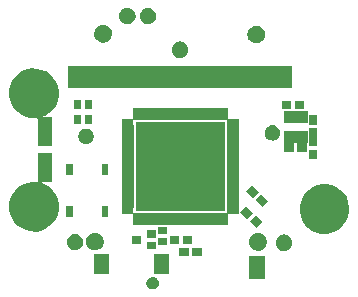
<source format=gts>
G04 #@! TF.FileFunction,Soldermask,Top*
%FSLAX46Y46*%
G04 Gerber Fmt 4.6, Leading zero omitted, Abs format (unit mm)*
G04 Created by KiCad (PCBNEW 4.0.2-stable) date Mon 11 Apr 2016 05:04:25 PM CEST*
%MOMM*%
G01*
G04 APERTURE LIST*
%ADD10C,0.100000*%
G04 APERTURE END LIST*
D10*
G36*
X55705143Y-107845348D02*
X55806000Y-107866051D01*
X55900910Y-107905948D01*
X55986267Y-107963521D01*
X56058819Y-108036582D01*
X56115791Y-108122333D01*
X56155026Y-108217522D01*
X56174956Y-108318177D01*
X56174956Y-108318187D01*
X56175022Y-108318521D01*
X56173380Y-108436118D01*
X56173304Y-108436452D01*
X56173304Y-108436463D01*
X56150572Y-108536519D01*
X56108697Y-108630573D01*
X56049348Y-108714706D01*
X55974786Y-108785709D01*
X55887856Y-108840877D01*
X55791866Y-108878110D01*
X55690475Y-108895987D01*
X55587539Y-108893832D01*
X55486977Y-108871721D01*
X55392633Y-108830504D01*
X55308090Y-108771744D01*
X55236567Y-108697679D01*
X55180796Y-108611141D01*
X55142894Y-108515412D01*
X55124308Y-108414141D01*
X55125746Y-108311195D01*
X55147151Y-108210489D01*
X55187712Y-108115854D01*
X55245879Y-108030903D01*
X55319442Y-107958865D01*
X55405592Y-107902490D01*
X55501053Y-107863921D01*
X55602184Y-107844629D01*
X55705143Y-107845348D01*
X55705143Y-107845348D01*
G37*
G36*
X65200000Y-108040000D02*
X63800000Y-108040000D01*
X63800000Y-106041000D01*
X65200000Y-106041000D01*
X65200000Y-108040000D01*
X65200000Y-108040000D01*
G37*
G36*
X51950000Y-107640000D02*
X50650000Y-107640000D01*
X50650000Y-105940000D01*
X51950000Y-105940000D01*
X51950000Y-107640000D01*
X51950000Y-107640000D01*
G37*
G36*
X57030000Y-107640000D02*
X55730000Y-107640000D01*
X55730000Y-105940000D01*
X57030000Y-105940000D01*
X57030000Y-107640000D01*
X57030000Y-107640000D01*
G37*
G36*
X59805500Y-106091000D02*
X59005500Y-106091000D01*
X59005500Y-105391000D01*
X59805500Y-105391000D01*
X59805500Y-106091000D01*
X59805500Y-106091000D01*
G37*
G36*
X58705500Y-106091000D02*
X57905500Y-106091000D01*
X57905500Y-105391000D01*
X58705500Y-105391000D01*
X58705500Y-106091000D01*
X58705500Y-106091000D01*
G37*
G36*
X66843524Y-104240464D02*
X66977999Y-104268068D01*
X67104547Y-104321264D01*
X67218359Y-104398031D01*
X67315089Y-104495438D01*
X67391055Y-104609778D01*
X67443368Y-104736696D01*
X67469964Y-104871017D01*
X67469964Y-104871027D01*
X67470030Y-104871361D01*
X67467841Y-105028158D01*
X67467764Y-105028496D01*
X67467764Y-105028504D01*
X67437430Y-105162022D01*
X67381594Y-105287433D01*
X67302463Y-105399608D01*
X67203046Y-105494281D01*
X67087143Y-105567835D01*
X66959156Y-105617478D01*
X66823965Y-105641316D01*
X66686718Y-105638442D01*
X66552640Y-105608962D01*
X66426844Y-105554003D01*
X66314120Y-105475658D01*
X66218757Y-105376907D01*
X66144395Y-105261520D01*
X66093859Y-105133882D01*
X66069078Y-104998855D01*
X66070995Y-104861592D01*
X66099535Y-104727319D01*
X66153615Y-104601142D01*
X66231177Y-104487866D01*
X66329252Y-104391822D01*
X66444123Y-104316653D01*
X66571404Y-104265228D01*
X66706247Y-104239506D01*
X66843524Y-104240464D01*
X66843524Y-104240464D01*
G37*
G36*
X64633775Y-104136498D02*
X64777856Y-104166073D01*
X64913444Y-104223069D01*
X65035382Y-104305317D01*
X65139023Y-104409685D01*
X65220419Y-104532194D01*
X65276464Y-104668173D01*
X65304966Y-104812115D01*
X65304966Y-104812125D01*
X65305032Y-104812459D01*
X65302686Y-104980455D01*
X65302610Y-104980789D01*
X65302610Y-104980801D01*
X65270104Y-105123881D01*
X65210279Y-105258250D01*
X65125496Y-105378437D01*
X65018978Y-105479872D01*
X64894796Y-105558680D01*
X64757666Y-105611869D01*
X64612819Y-105637410D01*
X64465769Y-105634330D01*
X64322111Y-105602745D01*
X64187338Y-105543864D01*
X64066554Y-105459917D01*
X63964383Y-105354115D01*
X63884709Y-105230486D01*
X63830564Y-105093731D01*
X63804012Y-104949059D01*
X63806066Y-104801992D01*
X63836645Y-104658127D01*
X63894587Y-104522937D01*
X63977687Y-104401574D01*
X64082773Y-104298665D01*
X64205844Y-104218130D01*
X64342221Y-104163030D01*
X64486693Y-104135470D01*
X64633775Y-104136498D01*
X64633775Y-104136498D01*
G37*
G36*
X50832775Y-104096498D02*
X50976856Y-104126073D01*
X51112444Y-104183069D01*
X51234382Y-104265317D01*
X51338023Y-104369685D01*
X51419419Y-104492194D01*
X51475464Y-104628173D01*
X51503966Y-104772115D01*
X51503966Y-104772125D01*
X51504032Y-104772459D01*
X51501686Y-104940455D01*
X51501610Y-104940789D01*
X51501610Y-104940801D01*
X51469104Y-105083881D01*
X51409279Y-105218250D01*
X51324496Y-105338437D01*
X51217978Y-105439872D01*
X51093796Y-105518680D01*
X50956666Y-105571869D01*
X50811819Y-105597410D01*
X50664769Y-105594330D01*
X50521111Y-105562745D01*
X50386338Y-105503864D01*
X50265554Y-105419917D01*
X50163383Y-105314115D01*
X50083709Y-105190486D01*
X50029564Y-105053731D01*
X50003012Y-104909059D01*
X50005066Y-104761992D01*
X50035645Y-104618127D01*
X50093587Y-104482937D01*
X50176687Y-104361574D01*
X50281773Y-104258665D01*
X50404844Y-104178130D01*
X50541221Y-104123030D01*
X50685693Y-104095470D01*
X50832775Y-104096498D01*
X50832775Y-104096498D01*
G37*
G36*
X49143524Y-104190464D02*
X49277999Y-104218068D01*
X49404547Y-104271264D01*
X49518359Y-104348031D01*
X49615089Y-104445438D01*
X49691055Y-104559778D01*
X49743368Y-104686696D01*
X49769964Y-104821017D01*
X49769964Y-104821027D01*
X49770030Y-104821361D01*
X49767841Y-104978158D01*
X49767764Y-104978496D01*
X49767764Y-104978504D01*
X49737430Y-105112022D01*
X49681594Y-105237433D01*
X49602463Y-105349608D01*
X49503046Y-105444281D01*
X49387143Y-105517835D01*
X49259156Y-105567478D01*
X49123965Y-105591316D01*
X48986718Y-105588442D01*
X48852640Y-105558962D01*
X48726844Y-105504003D01*
X48614120Y-105425658D01*
X48518757Y-105326907D01*
X48444395Y-105211520D01*
X48393859Y-105083882D01*
X48369078Y-104948855D01*
X48370995Y-104811592D01*
X48399535Y-104677319D01*
X48453615Y-104551142D01*
X48531177Y-104437866D01*
X48629252Y-104341822D01*
X48744123Y-104266653D01*
X48871404Y-104215228D01*
X49006247Y-104189506D01*
X49143524Y-104190464D01*
X49143524Y-104190464D01*
G37*
G36*
X55931700Y-105517200D02*
X55179300Y-105517200D01*
X55179300Y-104864800D01*
X55931700Y-104864800D01*
X55931700Y-105517200D01*
X55931700Y-105517200D01*
G37*
G36*
X56905500Y-105141000D02*
X56105500Y-105141000D01*
X56105500Y-104541000D01*
X56905500Y-104541000D01*
X56905500Y-105141000D01*
X56905500Y-105141000D01*
G37*
G36*
X57905500Y-105041000D02*
X57105500Y-105041000D01*
X57105500Y-104341000D01*
X57905500Y-104341000D01*
X57905500Y-105041000D01*
X57905500Y-105041000D01*
G37*
G36*
X59005500Y-105041000D02*
X58205500Y-105041000D01*
X58205500Y-104341000D01*
X59005500Y-104341000D01*
X59005500Y-105041000D01*
X59005500Y-105041000D01*
G37*
G36*
X54631700Y-105017200D02*
X53879300Y-105017200D01*
X53879300Y-104364800D01*
X54631700Y-104364800D01*
X54631700Y-105017200D01*
X54631700Y-105017200D01*
G37*
G36*
X55931700Y-104517200D02*
X55179300Y-104517200D01*
X55179300Y-103864800D01*
X55931700Y-103864800D01*
X55931700Y-104517200D01*
X55931700Y-104517200D01*
G37*
G36*
X56905500Y-104241000D02*
X56105500Y-104241000D01*
X56105500Y-103641000D01*
X56905500Y-103641000D01*
X56905500Y-104241000D01*
X56905500Y-104241000D01*
G37*
G36*
X70420572Y-100001397D02*
X70823994Y-100084208D01*
X71203643Y-100243798D01*
X71545068Y-100474091D01*
X71835260Y-100766317D01*
X72063166Y-101109341D01*
X72220099Y-101490092D01*
X72300024Y-101893741D01*
X72300024Y-101893750D01*
X72300090Y-101894084D01*
X72293522Y-102364473D01*
X72293446Y-102364807D01*
X72293446Y-102364819D01*
X72202285Y-102766069D01*
X72034776Y-103142297D01*
X71797384Y-103478823D01*
X71499143Y-103762834D01*
X71151426Y-103983501D01*
X70767464Y-104132431D01*
X70361892Y-104203944D01*
X69950151Y-104195320D01*
X69547920Y-104106883D01*
X69170541Y-103942010D01*
X68832359Y-103706968D01*
X68546277Y-103410722D01*
X68323187Y-103064554D01*
X68171581Y-102681642D01*
X68097237Y-102276571D01*
X68102988Y-101864781D01*
X68188611Y-101461952D01*
X68350850Y-101083421D01*
X68583521Y-100743614D01*
X68877765Y-100455468D01*
X69222370Y-100229965D01*
X69604214Y-100075690D01*
X70008747Y-99998521D01*
X70420572Y-100001397D01*
X70420572Y-100001397D01*
G37*
G36*
X47100000Y-99825000D02*
X46331117Y-99825000D01*
X46317187Y-99826980D01*
X46304361Y-99832761D01*
X46293653Y-99841888D01*
X46285911Y-99853636D01*
X46281749Y-99867076D01*
X46281496Y-99881143D01*
X46285172Y-99894724D01*
X46292486Y-99906743D01*
X46302859Y-99916249D01*
X46311741Y-99921093D01*
X46603643Y-100043798D01*
X46945068Y-100274091D01*
X47235260Y-100566317D01*
X47463166Y-100909341D01*
X47620099Y-101290092D01*
X47700024Y-101693741D01*
X47700024Y-101693750D01*
X47700090Y-101694084D01*
X47693522Y-102164473D01*
X47693446Y-102164807D01*
X47693446Y-102164819D01*
X47602285Y-102566069D01*
X47434776Y-102942297D01*
X47197384Y-103278823D01*
X46899143Y-103562834D01*
X46551426Y-103783501D01*
X46167464Y-103932431D01*
X45761892Y-104003944D01*
X45350151Y-103995320D01*
X44947920Y-103906883D01*
X44570541Y-103742010D01*
X44232359Y-103506968D01*
X43946277Y-103210722D01*
X43723187Y-102864554D01*
X43571581Y-102481642D01*
X43497237Y-102076571D01*
X43502988Y-101664781D01*
X43588611Y-101261952D01*
X43750850Y-100883421D01*
X43983521Y-100543614D01*
X44277765Y-100255468D01*
X44622370Y-100029965D01*
X45004214Y-99875690D01*
X45408747Y-99798521D01*
X45820571Y-99801397D01*
X45839945Y-99805374D01*
X45853989Y-99806236D01*
X45867716Y-99803151D01*
X45880041Y-99796365D01*
X45889986Y-99786413D01*
X45896766Y-99774085D01*
X45900000Y-99756395D01*
X45900000Y-97375000D01*
X47100000Y-97375000D01*
X47100000Y-99825000D01*
X47100000Y-99825000D01*
G37*
G36*
X64924740Y-103190264D02*
X64429764Y-103685240D01*
X63864078Y-103119554D01*
X64359054Y-102624578D01*
X64924740Y-103190264D01*
X64924740Y-103190264D01*
G37*
G36*
X62000000Y-94450000D02*
X62001980Y-94463930D01*
X62007761Y-94476756D01*
X62016888Y-94487464D01*
X62028636Y-94495206D01*
X62042076Y-94499368D01*
X62050000Y-94500000D01*
X62975000Y-94500000D01*
X62975000Y-102332286D01*
X62976545Y-102343153D01*
X62975000Y-102351186D01*
X62975000Y-102500000D01*
X62050000Y-102500000D01*
X62036070Y-102501980D01*
X62023244Y-102507761D01*
X62012536Y-102516888D01*
X62004794Y-102528636D01*
X62000632Y-102542076D01*
X62000000Y-102550000D01*
X62000000Y-103475000D01*
X54000000Y-103475000D01*
X54000000Y-102550000D01*
X53998020Y-102536070D01*
X53992239Y-102523244D01*
X53983112Y-102512536D01*
X53971364Y-102504794D01*
X53957924Y-102500632D01*
X53950000Y-102500000D01*
X53025000Y-102500000D01*
X53025000Y-94575000D01*
X54025000Y-94575000D01*
X54025000Y-94950000D01*
X54026980Y-94963930D01*
X54032761Y-94976756D01*
X54041888Y-94987464D01*
X54053636Y-94995206D01*
X54067076Y-94999368D01*
X54075000Y-95000000D01*
X54075000Y-102000000D01*
X54061070Y-102001980D01*
X54048244Y-102007761D01*
X54037536Y-102016888D01*
X54029794Y-102028636D01*
X54025632Y-102042076D01*
X54025000Y-102050000D01*
X54025000Y-102425000D01*
X54026980Y-102438930D01*
X54032761Y-102451756D01*
X54041888Y-102462464D01*
X54053636Y-102470206D01*
X54067076Y-102474368D01*
X54075000Y-102475000D01*
X54450000Y-102475000D01*
X54463930Y-102473020D01*
X54476756Y-102467239D01*
X54487464Y-102458112D01*
X54495206Y-102446364D01*
X54499368Y-102432924D01*
X54500000Y-102425000D01*
X61500000Y-102425000D01*
X61501980Y-102438930D01*
X61507761Y-102451756D01*
X61516888Y-102462464D01*
X61528636Y-102470206D01*
X61542076Y-102474368D01*
X61550000Y-102475000D01*
X61925000Y-102475000D01*
X61938930Y-102473020D01*
X61951756Y-102467239D01*
X61962464Y-102458112D01*
X61970206Y-102446364D01*
X61974368Y-102432924D01*
X61975000Y-102425000D01*
X61975000Y-102050000D01*
X61973020Y-102036070D01*
X61967239Y-102023244D01*
X61958112Y-102012536D01*
X61946364Y-102004794D01*
X61932924Y-102000632D01*
X61925000Y-102000000D01*
X61925000Y-95000000D01*
X61938930Y-94998020D01*
X61951756Y-94992239D01*
X61962464Y-94983112D01*
X61970206Y-94971364D01*
X61974368Y-94957924D01*
X61975000Y-94950000D01*
X61975000Y-94575000D01*
X61973020Y-94561070D01*
X61967239Y-94548244D01*
X61958112Y-94537536D01*
X61946364Y-94529794D01*
X61932924Y-94525632D01*
X61925000Y-94525000D01*
X61550000Y-94525000D01*
X61536070Y-94526980D01*
X61523244Y-94532761D01*
X61512536Y-94541888D01*
X61504794Y-94553636D01*
X61500632Y-94567076D01*
X61500000Y-94575000D01*
X54500000Y-94575000D01*
X54498020Y-94561070D01*
X54492239Y-94548244D01*
X54483112Y-94537536D01*
X54471364Y-94529794D01*
X54457924Y-94525632D01*
X54450000Y-94525000D01*
X54075000Y-94525000D01*
X54061070Y-94526980D01*
X54048244Y-94532761D01*
X54037536Y-94541888D01*
X54029794Y-94553636D01*
X54025632Y-94567076D01*
X54025000Y-94575000D01*
X53025000Y-94575000D01*
X53025000Y-94500000D01*
X53950000Y-94500000D01*
X53963930Y-94498020D01*
X53976756Y-94492239D01*
X53987464Y-94483112D01*
X53995206Y-94471364D01*
X53999368Y-94457924D01*
X54000000Y-94450000D01*
X54000000Y-93525000D01*
X62000000Y-93525000D01*
X62000000Y-94450000D01*
X62000000Y-94450000D01*
G37*
G36*
X61775000Y-102275000D02*
X54225000Y-102275000D01*
X54225000Y-94725000D01*
X61775000Y-94725000D01*
X61775000Y-102275000D01*
X61775000Y-102275000D01*
G37*
G36*
X64146922Y-102412446D02*
X63651946Y-102907422D01*
X63086260Y-102341736D01*
X63581236Y-101846760D01*
X64146922Y-102412446D01*
X64146922Y-102412446D01*
G37*
G36*
X48900000Y-102800000D02*
X48350000Y-102800000D01*
X48350000Y-101800000D01*
X48900000Y-101800000D01*
X48900000Y-102800000D01*
X48900000Y-102800000D01*
G37*
G36*
X51900000Y-102800000D02*
X51350000Y-102800000D01*
X51350000Y-101800000D01*
X51900000Y-101800000D01*
X51900000Y-102800000D01*
X51900000Y-102800000D01*
G37*
G36*
X65419240Y-101424264D02*
X64924264Y-101919240D01*
X64358578Y-101353554D01*
X64853554Y-100858578D01*
X65419240Y-101424264D01*
X65419240Y-101424264D01*
G37*
G36*
X64641422Y-100646446D02*
X64146446Y-101141422D01*
X63580760Y-100575736D01*
X64075736Y-100080760D01*
X64641422Y-100646446D01*
X64641422Y-100646446D01*
G37*
G36*
X51900000Y-99250000D02*
X51350000Y-99250000D01*
X51350000Y-98250000D01*
X51900000Y-98250000D01*
X51900000Y-99250000D01*
X51900000Y-99250000D01*
G37*
G36*
X48900000Y-99250000D02*
X48350000Y-99250000D01*
X48350000Y-98250000D01*
X48900000Y-98250000D01*
X48900000Y-99250000D01*
X48900000Y-99250000D01*
G37*
G36*
X69605500Y-97891000D02*
X68905500Y-97891000D01*
X68905500Y-97091000D01*
X69605500Y-97091000D01*
X69605500Y-97891000D01*
X69605500Y-97891000D01*
G37*
G36*
X68775500Y-96491000D02*
X68730500Y-96491000D01*
X68716570Y-96492980D01*
X68703744Y-96498761D01*
X68693036Y-96507888D01*
X68685294Y-96519636D01*
X68681132Y-96533076D01*
X68680500Y-96541000D01*
X68680500Y-97241000D01*
X67880500Y-97241000D01*
X67880500Y-96541000D01*
X67878520Y-96527070D01*
X67872739Y-96514244D01*
X67863612Y-96503536D01*
X67851864Y-96495794D01*
X67838424Y-96491632D01*
X67830500Y-96491000D01*
X67630500Y-96491000D01*
X67616570Y-96492980D01*
X67603744Y-96498761D01*
X67593036Y-96507888D01*
X67585294Y-96519636D01*
X67581132Y-96533076D01*
X67580500Y-96541000D01*
X67580500Y-97241000D01*
X66780500Y-97241000D01*
X66780500Y-96541000D01*
X66778520Y-96527070D01*
X66772739Y-96514244D01*
X66763612Y-96503536D01*
X66751864Y-96495794D01*
X66738424Y-96491632D01*
X66735500Y-96491399D01*
X66735500Y-95491000D01*
X68775500Y-95491000D01*
X68775500Y-96491000D01*
X68775500Y-96491000D01*
G37*
G36*
X69605500Y-96791000D02*
X68905500Y-96791000D01*
X68905500Y-95241000D01*
X69605500Y-95241000D01*
X69605500Y-96791000D01*
X69605500Y-96791000D01*
G37*
G36*
X45820572Y-90201397D02*
X46223994Y-90284208D01*
X46603643Y-90443798D01*
X46945068Y-90674091D01*
X47235260Y-90966317D01*
X47463166Y-91309341D01*
X47620099Y-91690092D01*
X47700024Y-92093741D01*
X47700024Y-92093750D01*
X47700090Y-92094084D01*
X47693522Y-92564473D01*
X47693446Y-92564807D01*
X47693446Y-92564819D01*
X47602285Y-92966069D01*
X47434776Y-93342297D01*
X47197384Y-93678823D01*
X46899143Y-93962834D01*
X46551426Y-94183501D01*
X46435712Y-94228384D01*
X46423441Y-94235267D01*
X46413573Y-94245296D01*
X46406890Y-94257677D01*
X46403921Y-94271430D01*
X46404900Y-94285465D01*
X46409752Y-94298672D01*
X46418090Y-94310004D01*
X46429256Y-94318565D01*
X46442364Y-94323676D01*
X46453793Y-94325000D01*
X47100000Y-94325000D01*
X47100000Y-96775000D01*
X45900000Y-96775000D01*
X45900000Y-94439179D01*
X45898020Y-94425249D01*
X45892239Y-94412423D01*
X45883112Y-94401715D01*
X45871364Y-94393973D01*
X45857924Y-94389811D01*
X45841317Y-94389939D01*
X45761891Y-94403944D01*
X45350151Y-94395320D01*
X44947920Y-94306883D01*
X44570541Y-94142010D01*
X44232359Y-93906968D01*
X43946277Y-93610722D01*
X43723187Y-93264554D01*
X43571581Y-92881642D01*
X43497237Y-92476571D01*
X43502988Y-92064781D01*
X43588611Y-91661952D01*
X43750850Y-91283421D01*
X43983521Y-90943614D01*
X44277765Y-90655468D01*
X44622370Y-90429965D01*
X45004214Y-90275690D01*
X45408747Y-90198521D01*
X45820572Y-90201397D01*
X45820572Y-90201397D01*
G37*
G36*
X50078272Y-95280431D02*
X50203142Y-95306063D01*
X50320651Y-95355460D01*
X50426331Y-95426741D01*
X50516154Y-95517194D01*
X50586697Y-95623369D01*
X50635269Y-95741216D01*
X50659962Y-95865920D01*
X50659962Y-95865930D01*
X50660028Y-95866264D01*
X50657995Y-96011861D01*
X50657919Y-96012195D01*
X50657919Y-96012206D01*
X50629756Y-96136164D01*
X50577908Y-96252616D01*
X50504430Y-96356779D01*
X50412117Y-96444687D01*
X50304486Y-96512991D01*
X50185644Y-96559088D01*
X50060111Y-96581222D01*
X49932667Y-96578553D01*
X49808164Y-96551179D01*
X49691355Y-96500146D01*
X49586683Y-96427397D01*
X49498131Y-96335699D01*
X49429081Y-96228555D01*
X49382155Y-96110034D01*
X49359143Y-95984651D01*
X49360924Y-95857192D01*
X49387425Y-95732511D01*
X49437643Y-95615344D01*
X49509660Y-95510166D01*
X49600737Y-95420976D01*
X49707400Y-95351178D01*
X49825590Y-95303426D01*
X49950800Y-95279541D01*
X50078272Y-95280431D01*
X50078272Y-95280431D01*
G37*
G36*
X65850272Y-94996431D02*
X65975142Y-95022063D01*
X66092651Y-95071460D01*
X66198331Y-95142741D01*
X66288154Y-95233194D01*
X66358697Y-95339369D01*
X66407269Y-95457216D01*
X66431962Y-95581920D01*
X66431962Y-95581930D01*
X66432028Y-95582264D01*
X66429995Y-95727861D01*
X66429919Y-95728195D01*
X66429919Y-95728206D01*
X66401756Y-95852164D01*
X66349908Y-95968616D01*
X66276430Y-96072779D01*
X66184117Y-96160687D01*
X66076486Y-96228991D01*
X65957644Y-96275088D01*
X65832111Y-96297222D01*
X65704667Y-96294553D01*
X65580164Y-96267179D01*
X65463355Y-96216146D01*
X65358683Y-96143397D01*
X65270131Y-96051699D01*
X65201081Y-95944555D01*
X65154155Y-95826034D01*
X65131143Y-95700651D01*
X65132924Y-95573192D01*
X65159425Y-95448511D01*
X65209643Y-95331344D01*
X65281660Y-95226166D01*
X65372737Y-95136976D01*
X65479400Y-95067178D01*
X65597590Y-95019426D01*
X65722800Y-94995541D01*
X65850272Y-94996431D01*
X65850272Y-94996431D01*
G37*
G36*
X69605500Y-94941000D02*
X68905500Y-94941000D01*
X68905500Y-94141000D01*
X69605500Y-94141000D01*
X69605500Y-94941000D01*
X69605500Y-94941000D01*
G37*
G36*
X50500000Y-94900000D02*
X49900000Y-94900000D01*
X49900000Y-94100000D01*
X50500000Y-94100000D01*
X50500000Y-94900000D01*
X50500000Y-94900000D01*
G37*
G36*
X49600000Y-94900000D02*
X49000000Y-94900000D01*
X49000000Y-94100000D01*
X49600000Y-94100000D01*
X49600000Y-94900000D01*
X49600000Y-94900000D01*
G37*
G36*
X68775500Y-94791000D02*
X66735500Y-94791000D01*
X66735500Y-93791000D01*
X68775500Y-93791000D01*
X68775500Y-94791000D01*
X68775500Y-94791000D01*
G37*
G36*
X50500000Y-93650000D02*
X49900000Y-93650000D01*
X49900000Y-92850000D01*
X50500000Y-92850000D01*
X50500000Y-93650000D01*
X50500000Y-93650000D01*
G37*
G36*
X49600000Y-93650000D02*
X49000000Y-93650000D01*
X49000000Y-92850000D01*
X49600000Y-92850000D01*
X49600000Y-93650000D01*
X49600000Y-93650000D01*
G37*
G36*
X68480500Y-93616000D02*
X67680500Y-93616000D01*
X67680500Y-92916000D01*
X68480500Y-92916000D01*
X68480500Y-93616000D01*
X68480500Y-93616000D01*
G37*
G36*
X67380500Y-93616000D02*
X66580500Y-93616000D01*
X66580500Y-92916000D01*
X67380500Y-92916000D01*
X67380500Y-93616000D01*
X67380500Y-93616000D01*
G37*
G36*
X67468500Y-91864500D02*
X48443500Y-91864500D01*
X48443500Y-89955500D01*
X67468500Y-89955500D01*
X67468500Y-91864500D01*
X67468500Y-91864500D01*
G37*
G36*
X58033524Y-87900464D02*
X58167999Y-87928068D01*
X58294547Y-87981264D01*
X58408359Y-88058031D01*
X58505089Y-88155438D01*
X58581055Y-88269778D01*
X58633368Y-88396696D01*
X58659964Y-88531017D01*
X58659964Y-88531027D01*
X58660030Y-88531361D01*
X58657841Y-88688158D01*
X58657764Y-88688496D01*
X58657764Y-88688504D01*
X58627430Y-88822022D01*
X58571594Y-88947433D01*
X58492463Y-89059608D01*
X58393046Y-89154281D01*
X58277143Y-89227835D01*
X58149156Y-89277478D01*
X58013965Y-89301316D01*
X57876718Y-89298442D01*
X57742640Y-89268962D01*
X57616844Y-89214003D01*
X57504120Y-89135658D01*
X57408757Y-89036907D01*
X57334395Y-88921520D01*
X57283859Y-88793882D01*
X57259078Y-88658855D01*
X57260995Y-88521592D01*
X57289535Y-88387319D01*
X57343615Y-88261142D01*
X57421177Y-88147866D01*
X57519252Y-88051822D01*
X57634123Y-87976653D01*
X57761404Y-87925228D01*
X57896247Y-87899506D01*
X58033524Y-87900464D01*
X58033524Y-87900464D01*
G37*
G36*
X64500775Y-86569498D02*
X64644856Y-86599073D01*
X64780444Y-86656069D01*
X64902382Y-86738317D01*
X65006023Y-86842685D01*
X65087419Y-86965194D01*
X65143464Y-87101173D01*
X65171966Y-87245115D01*
X65171966Y-87245125D01*
X65172032Y-87245459D01*
X65169686Y-87413455D01*
X65169610Y-87413789D01*
X65169610Y-87413801D01*
X65137104Y-87556881D01*
X65077279Y-87691250D01*
X64992496Y-87811437D01*
X64885978Y-87912872D01*
X64761796Y-87991680D01*
X64624666Y-88044869D01*
X64479819Y-88070410D01*
X64332769Y-88067330D01*
X64189111Y-88035745D01*
X64054338Y-87976864D01*
X63933554Y-87892917D01*
X63831383Y-87787115D01*
X63751709Y-87663486D01*
X63697564Y-87526731D01*
X63671012Y-87382059D01*
X63673066Y-87234992D01*
X63703645Y-87091127D01*
X63761587Y-86955937D01*
X63844687Y-86834574D01*
X63949773Y-86731665D01*
X64072844Y-86651130D01*
X64209221Y-86596030D01*
X64353693Y-86568470D01*
X64500775Y-86569498D01*
X64500775Y-86569498D01*
G37*
G36*
X51526775Y-86500498D02*
X51670856Y-86530073D01*
X51806444Y-86587069D01*
X51928382Y-86669317D01*
X52032023Y-86773685D01*
X52113419Y-86896194D01*
X52169464Y-87032173D01*
X52197966Y-87176115D01*
X52197966Y-87176125D01*
X52198032Y-87176459D01*
X52195686Y-87344455D01*
X52195610Y-87344789D01*
X52195610Y-87344801D01*
X52163104Y-87487881D01*
X52103279Y-87622250D01*
X52018496Y-87742437D01*
X51911978Y-87843872D01*
X51787796Y-87922680D01*
X51650666Y-87975869D01*
X51505819Y-88001410D01*
X51358769Y-87998330D01*
X51215111Y-87966745D01*
X51080338Y-87907864D01*
X50959554Y-87823917D01*
X50857383Y-87718115D01*
X50777709Y-87594486D01*
X50723564Y-87457731D01*
X50697012Y-87313059D01*
X50699066Y-87165992D01*
X50729645Y-87022127D01*
X50787587Y-86886937D01*
X50870687Y-86765574D01*
X50975773Y-86662665D01*
X51098844Y-86582130D01*
X51235221Y-86527030D01*
X51379693Y-86499470D01*
X51526775Y-86500498D01*
X51526775Y-86500498D01*
G37*
G36*
X53573524Y-85050464D02*
X53707999Y-85078068D01*
X53834547Y-85131264D01*
X53948359Y-85208031D01*
X54045089Y-85305438D01*
X54121055Y-85419778D01*
X54173368Y-85546696D01*
X54199964Y-85681017D01*
X54199964Y-85681027D01*
X54200030Y-85681361D01*
X54197841Y-85838158D01*
X54197764Y-85838496D01*
X54197764Y-85838504D01*
X54167430Y-85972022D01*
X54111594Y-86097433D01*
X54032463Y-86209608D01*
X53933046Y-86304281D01*
X53817143Y-86377835D01*
X53689156Y-86427478D01*
X53553965Y-86451316D01*
X53416718Y-86448442D01*
X53282640Y-86418962D01*
X53156844Y-86364003D01*
X53044120Y-86285658D01*
X52948757Y-86186907D01*
X52874395Y-86071520D01*
X52823859Y-85943882D01*
X52799078Y-85808855D01*
X52800995Y-85671592D01*
X52829535Y-85537319D01*
X52883615Y-85411142D01*
X52961177Y-85297866D01*
X53059252Y-85201822D01*
X53174123Y-85126653D01*
X53301404Y-85075228D01*
X53436247Y-85049506D01*
X53573524Y-85050464D01*
X53573524Y-85050464D01*
G37*
G36*
X55323524Y-85050464D02*
X55457999Y-85078068D01*
X55584547Y-85131264D01*
X55698359Y-85208031D01*
X55795089Y-85305438D01*
X55871055Y-85419778D01*
X55923368Y-85546696D01*
X55949964Y-85681017D01*
X55949964Y-85681027D01*
X55950030Y-85681361D01*
X55947841Y-85838158D01*
X55947764Y-85838496D01*
X55947764Y-85838504D01*
X55917430Y-85972022D01*
X55861594Y-86097433D01*
X55782463Y-86209608D01*
X55683046Y-86304281D01*
X55567143Y-86377835D01*
X55439156Y-86427478D01*
X55303965Y-86451316D01*
X55166718Y-86448442D01*
X55032640Y-86418962D01*
X54906844Y-86364003D01*
X54794120Y-86285658D01*
X54698757Y-86186907D01*
X54624395Y-86071520D01*
X54573859Y-85943882D01*
X54549078Y-85808855D01*
X54550995Y-85671592D01*
X54579535Y-85537319D01*
X54633615Y-85411142D01*
X54711177Y-85297866D01*
X54809252Y-85201822D01*
X54924123Y-85126653D01*
X55051404Y-85075228D01*
X55186247Y-85049506D01*
X55323524Y-85050464D01*
X55323524Y-85050464D01*
G37*
M02*

</source>
